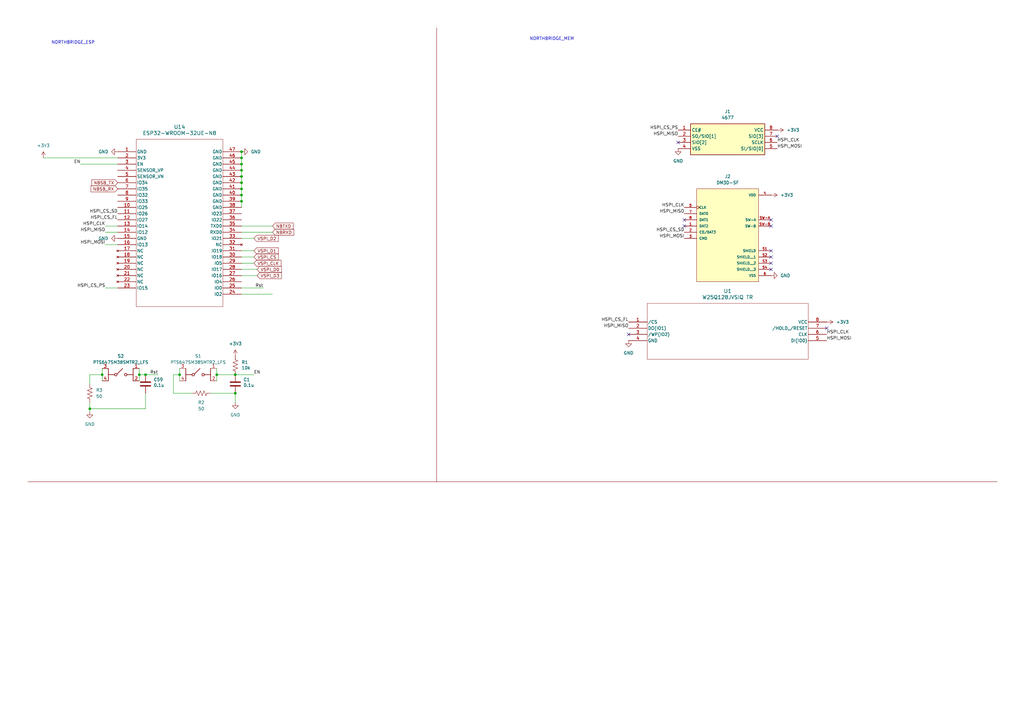
<source format=kicad_sch>
(kicad_sch (version 20250114) (generator "eeschema") (generator_version "9.0")
  (paper "A3")
  (lib_symbols
    (symbol "Device:C" (pin_numbers (hide yes)) (pin_names (offset 0.254))
      (property "Reference" "C" (at 0.635 2.54 0))
      (property "Value" "C" (at 0.635 -2.54 0))
      (symbol "C_0_1"
        (polyline (pts (xy -2.032 0.762) (xy 2.032 0.762)) (stroke (width 0.508)))
        (polyline (pts (xy -2.032 -0.762) (xy 2.032 -0.762)) (stroke (width 0.508)))
      )
      (symbol "C_1_1"
        (pin passive line (at 0 3.81 270) (length 2.794) (name "~") (number "1"))
        (pin passive line (at 0 -3.81 90) (length 2.794) (name "~") (number "2"))
      )
    )
    (symbol "Device:R_US" (pin_numbers (hide yes)) (pin_names (offset 0))
      (property "Reference" "R" (at 2.54 0 90))
      (property "Value" "R_US" (at -2.54 0 90))
      (symbol "R_US_0_1"
        (polyline (pts (xy 0 2.286) (xy 0 2.54)))
        (polyline (pts (xy 0 2.286) (xy 1.016 1.905) (xy 0 1.524) (xy -1.016 1.143) (xy 0 0.762)))
        (polyline (pts (xy 0 0.762) (xy 1.016 0.381) (xy 0 0) (xy -1.016 -0.381) (xy 0 -0.762)))
        (polyline (pts (xy 0 -0.762) (xy 1.016 -1.143) (xy 0 -1.524) (xy -1.016 -1.905) (xy 0 -2.286)))
        (polyline (pts (xy 0 -2.286) (xy 0 -2.54)))
      )
      (symbol "R_US_1_1"
        (pin passive line (at 0 3.81 270) (length 1.27) (name "~") (number "1"))
        (pin passive line (at 0 -3.81 90) (length 1.27) (name "~") (number "2"))
      )
    )
    (symbol "FPGA&MCU:ESP32-WROOM-32UE-N8" (pin_names (offset 0.254))
      (property "Reference" "U" (at 25.4 10.16 0))
      (property "Value" "ESP32-WROOM-32UE-N8" (at 25.4 7.62 0))
      (symbol "ESP32-WROOM-32UE-N8_0_1"
        (polyline (pts (xy 7.62 5.08) (xy 7.62 -63.5)) (stroke (width 0.127)))
        (polyline (pts (xy 7.62 -63.5) (xy 43.18 -63.5)) (stroke (width 0.127)))
        (polyline (pts (xy 43.18 5.08) (xy 7.62 5.08)) (stroke (width 0.127)))
        (polyline (pts (xy 43.18 -63.5) (xy 43.18 5.08)) (stroke (width 0.127)))
        (pin power_out line (at 0 0 0) (length 7.62) (name "GND") (number "1"))
        (pin power_in line (at 0 -2.54 0) (length 7.62) (name "3V3") (number "2"))
        (pin input line (at 0 -5.08 0) (length 7.62) (name "EN") (number "3"))
        (pin input line (at 0 -7.62 0) (length 7.62) (name "SENSOR_VP") (number "4"))
        (pin input line (at 0 -10.16 0) (length 7.62) (name "SENSOR_VN") (number "5"))
        (pin input line (at 0 -12.7 0) (length 7.62) (name "IO34") (number "6"))
        (pin input line (at 0 -15.24 0) (length 7.62) (name "IO35") (number "7"))
        (pin bidirectional line (at 0 -17.78 0) (length 7.62) (name "IO32") (number "8"))
        (pin bidirectional line (at 0 -20.32 0) (length 7.62) (name "IO33") (number "9"))
        (pin bidirectional line (at 0 -22.86 0) (length 7.62) (name "IO25") (number "10"))
        (pin bidirectional line (at 0 -25.4 0) (length 7.62) (name "IO26") (number "11"))
        (pin bidirectional line (at 0 -27.94 0) (length 7.62) (name "IO27") (number "12"))
        (pin bidirectional line (at 0 -30.48 0) (length 7.62) (name "IO14") (number "13"))
        (pin bidirectional line (at 0 -33.02 0) (length 7.62) (name "IO12") (number "14"))
        (pin power_out line (at 0 -35.56 0) (length 7.62) (name "GND") (number "15"))
        (pin bidirectional line (at 0 -38.1 0) (length 7.62) (name "IO13") (number "16"))
        (pin no_connect line (at 0 -40.64 0) (length 7.62) (name "NC") (number "17"))
        (pin no_connect line (at 0 -43.18 0) (length 7.62) (name "NC") (number "18"))
        (pin no_connect line (at 0 -45.72 0) (length 7.62) (name "NC") (number "19"))
        (pin no_connect line (at 0 -48.26 0) (length 7.62) (name "NC") (number "20"))
        (pin no_connect line (at 0 -50.8 0) (length 7.62) (name "NC") (number "21"))
        (pin no_connect line (at 0 -53.34 0) (length 7.62) (name "NC") (number "22"))
        (pin bidirectional line (at 0 -55.88 0) (length 7.62) (name "IO15") (number "23"))
        (pin power_out line (at 50.8 0 180) (length 7.62) (name "GND") (number "47"))
        (pin power_out line (at 50.8 -2.54 180) (length 7.62) (name "GND") (number "46"))
        (pin power_out line (at 50.8 -5.08 180) (length 7.62) (name "GND") (number "45"))
        (pin power_out line (at 50.8 -7.62 180) (length 7.62) (name "GND") (number "44"))
        (pin power_out line (at 50.8 -10.16 180) (length 7.62) (name "GND") (number "43"))
        (pin power_out line (at 50.8 -12.7 180) (length 7.62) (name "GND") (number "42"))
        (pin power_out line (at 50.8 -15.24 180) (length 7.62) (name "GND") (number "41"))
        (pin power_out line (at 50.8 -17.78 180) (length 7.62) (name "GND") (number "40"))
        (pin power_out line (at 50.8 -20.32 180) (length 7.62) (name "GND") (number "39"))
        (pin power_out line (at 50.8 -22.86 180) (length 7.62) (name "GND") (number "38"))
        (pin bidirectional line (at 50.8 -25.4 180) (length 7.62) (name "IO23") (number "37"))
        (pin bidirectional line (at 50.8 -27.94 180) (length 7.62) (name "IO22") (number "36"))
        (pin bidirectional line (at 50.8 -33.02 180) (length 7.62) (name "RXD0") (number "34"))
        (pin bidirectional line (at 50.8 -35.56 180) (length 7.62) (name "IO21") (number "33"))
        (pin no_connect line (at 50.8 -38.1 180) (length 7.62) (name "NC") (number "32"))
        (pin bidirectional line (at 50.8 -40.64 180) (length 7.62) (name "IO19") (number "31"))
        (pin bidirectional line (at 50.8 -43.18 180) (length 7.62) (name "IO18") (number "30"))
        (pin bidirectional line (at 50.8 -45.72 180) (length 7.62) (name "IO5") (number "29"))
        (pin bidirectional line (at 50.8 -48.26 180) (length 7.62) (name "IO17") (number "28"))
        (pin bidirectional line (at 50.8 -50.8 180) (length 7.62) (name "IO16") (number "27"))
        (pin bidirectional line (at 50.8 -53.34 180) (length 7.62) (name "IO4") (number "26"))
        (pin bidirectional line (at 50.8 -55.88 180) (length 7.62) (name "IO0") (number "25"))
        (pin bidirectional line (at 50.8 -58.42 180) (length 7.62) (name "IO2") (number "24"))
      )
      (symbol "ESP32-WROOM-32UE-N8_1_1"
        (pin bidirectional line (at 50.8 -30.48 180) (length 7.62) (name "TXD0") (number "35"))
      )
    )
    (symbol "FPGA_Interface:DM3D-SF" (pin_names (offset 1.016))
      (property "Reference" "J" (at -12.7 16.002 0))
      (property "Value" "DM3D-SF" (at -12.7 -25.4 0))
      (symbol "DM3D-SF_0_0"
        (rectangle (start -12.7 -22.86) (end 12.7 15.24) (stroke (width 0.1524)) (fill (type background)))
        (pin bidirectional clock (at -17.78 7.62 0) (length 5.08) (name "CLK") (number "5"))
        (pin bidirectional line (at -17.78 5.08 0) (length 5.08) (name "DAT0") (number "7"))
        (pin bidirectional line (at -17.78 2.54 0) (length 5.08) (name "DAT1") (number "8"))
        (pin bidirectional line (at -17.78 0 0) (length 5.08) (name "DAT2") (number "1"))
        (pin bidirectional line (at -17.78 -2.54 0) (length 5.08) (name "CD/DAT3") (number "2"))
        (pin bidirectional line (at -17.78 -5.08 0) (length 5.08) (name "CMD") (number "3"))
        (pin power_in line (at 17.78 12.7 180) (length 5.08) (name "VDD") (number "4"))
        (pin bidirectional line (at 17.78 2.54 180) (length 5.08) (name "SW-A") (number "SW-A"))
        (pin bidirectional line (at 17.78 0 180) (length 5.08) (name "SW-B") (number "SW-B"))
        (pin passive line (at 17.78 -10.16 180) (length 5.08) (name "SHIELD") (number "S1"))
        (pin passive line (at 17.78 -12.7 180) (length 5.08) (name "SHIELD__1") (number "S2"))
        (pin passive line (at 17.78 -15.24 180) (length 5.08) (name "SHIELD__2") (number "S3"))
        (pin passive line (at 17.78 -17.78 180) (length 5.08) (name "SHIELD__3") (number "S4"))
        (pin power_in line (at 17.78 -20.32 180) (length 5.08) (name "VSS") (number "6"))
      )
    )
    (symbol "FPGA_Interface:PTS647SM38SMTR2_LFS" (pin_names (hide yes))
      (property "Reference" "S" (at 12.7 6.35 0))
      (property "Value" "PTS647SM38SMTR2_LFS" (at 12.7 3.81 0))
      (symbol "PTS647SM38SMTR2_LFS_1_1"
        (polyline (pts (xy 2.54 -2.54) (xy 5.08 -2.54)) (stroke (width 0.254)))
        (polyline (pts (xy 2.54 -5.08) (xy 2.54 0)) (stroke (width 0.254)))
        (circle (center 5.588 -2.54) (radius 0.508) (stroke (width 0.254)))
        (polyline (pts (xy 6.096 -2.286) (xy 8.382 0)) (stroke (width 0.254)))
        (circle (center 9.652 -2.54) (radius 0.508) (stroke (width 0.254)))
        (polyline (pts (xy 10.16 -2.54) (xy 12.7 -2.54)) (stroke (width 0.254)))
        (polyline (pts (xy 12.7 -5.08) (xy 12.7 0)) (stroke (width 0.254)))
        (pin passive line (at 0 0 0) (length 2.54) (name "COM_1") (number "3"))
        (pin passive line (at 0 -5.08 0) (length 2.54) (name "COM_2") (number "4"))
        (pin passive line (at 15.24 0 180) (length 2.54) (name "NO_1") (number "1"))
        (pin passive line (at 15.24 -5.08 180) (length 2.54) (name "NO_2") (number "2"))
      )
    )
    (symbol "NB:4677"
      (property "Reference" "J" (at 36.83 7.62 0))
      (property "Value" "4677" (at 36.83 5.08 0))
      (symbol "4677_1_1"
        (rectangle (start 5.08 2.54) (end 35.56 -10.16) (stroke (width 0.254)) (fill (type background)))
        (pin passive line (at 0 0 0) (length 5.08) (name "CE#") (number "1"))
        (pin passive line (at 0 -2.54 0) (length 5.08) (name "SO/SIO[1]") (number "2"))
        (pin passive line (at 0 -5.08 0) (length 5.08) (name "SIO[2]") (number "3"))
        (pin passive line (at 0 -7.62 0) (length 5.08) (name "VSS") (number "4"))
        (pin passive line (at 40.64 0 180) (length 5.08) (name "VCC") (number "8"))
        (pin passive line (at 40.64 -2.54 180) (length 5.08) (name "SIO[3]") (number "7"))
        (pin passive line (at 40.64 -5.08 180) (length 5.08) (name "SCLK") (number "6"))
        (pin passive line (at 40.64 -7.62 180) (length 5.08) (name "SI/SIO[0]") (number "5"))
      )
    )
    (symbol "NB:W25Q128JVSIQ_TR" (pin_names (offset 0.254))
      (property "Reference" "U" (at 40.64 12.7 0))
      (property "Value" "W25Q128JVSIQ TR" (at 40.64 10.16 0))
      (symbol "W25Q128JVSIQ_TR_0_1"
        (polyline (pts (xy 7.62 7.62) (xy 7.62 -15.24)) (stroke (width 0.127)))
        (polyline (pts (xy 7.62 -15.24) (xy 73.66 -15.24)) (stroke (width 0.127)))
        (polyline (pts (xy 73.66 7.62) (xy 7.62 7.62)) (stroke (width 0.127)))
        (polyline (pts (xy 73.66 -15.24) (xy 73.66 7.62)) (stroke (width 0.127)))
        (pin input line (at 0 0 0) (length 7.62) (name "/CS") (number "1"))
        (pin bidirectional line (at 0 -2.54 0) (length 7.62) (name "DO(IO1)") (number "2"))
        (pin bidirectional line (at 0 -5.08 0) (length 7.62) (name "/WP(IO2)") (number "3"))
        (pin power_out line (at 0 -7.62 0) (length 7.62) (name "GND") (number "4"))
        (pin power_in line (at 81.28 0 180) (length 7.62) (name "VCC") (number "8"))
        (pin bidirectional line (at 81.28 -2.54 180) (length 7.62) (name "/HOLD_/RESET") (number "7"))
        (pin input line (at 81.28 -5.08 180) (length 7.62) (name "CLK") (number "6"))
        (pin bidirectional line (at 81.28 -7.62 180) (length 7.62) (name "DI(IO0)") (number "5"))
      )
    )
    (symbol "power:+3V3" (power) (pin_numbers (hide yes)) (pin_names (offset 0) (hide yes))
      (property "Value" "+3V3" (at 0 3.556 0))
      (symbol "+3V3_0_1"
        (polyline (pts (xy -0.762 1.27) (xy 0 2.54)))
        (polyline (pts (xy 0 2.54) (xy 0.762 1.27)))
        (polyline (pts (xy 0 0) (xy 0 2.54)))
      )
      (symbol "+3V3_1_1"
        (pin power_in line (at 0 0 90) (length 0) (name "~") (number "1"))
      )
    )
    (symbol "power:GND" (power) (pin_numbers (hide yes)) (pin_names (offset 0) (hide yes))
      (property "Value" "GND" (at 0 -3.81 0))
      (symbol "GND_0_1"
        (polyline (pts (xy 0 0) (xy 0 -1.27) (xy 1.27 -1.27) (xy 0 -2.54) (xy -1.27 -1.27) (xy 0 -1.27)))
      )
      (symbol "GND_1_1"
        (pin power_in line (at 0 0 270) (length 0) (name "~") (number "1"))
      )
    )
  )
  (text "NORTHBRIDGE_ESP\n" (at 29.972 17.526 0) (effects (font (size 1.27 1.27))))
  (text "NORTHBRIDGE_MEM\n" (at 226.314 16.002 0) (effects (font (size 1.27 1.27))))
  (junction (at 96.52 153.67))
  (junction (at 96.52 161.29))
  (junction (at 99.06 64.77))
  (junction (at 99.06 82.55))
  (junction (at 36.83 167.64))
  (junction (at 99.06 74.93))
  (junction (at 41.91 153.67))
  (junction (at 99.06 77.47))
  (junction (at 99.06 72.39))
  (junction (at 99.06 62.23))
  (junction (at 59.69 153.67))
  (junction (at 99.06 67.31))
  (junction (at 57.15 153.67))
  (junction (at 73.66 153.67))
  (junction (at 99.06 80.01))
  (junction (at 99.06 69.85))
  (junction (at 88.9 153.67))
  (no_connect (at 278.13 58.42))
  (no_connect (at 316.23 110.49))
  (no_connect (at 339.09 134.62))
  (no_connect (at 316.23 105.41))
  (no_connect (at 316.23 92.71))
  (no_connect (at 280.67 92.71))
  (no_connect (at 280.67 90.17))
  (no_connect (at 257.81 137.16))
  (no_connect (at 318.77 55.88))
  (no_connect (at 316.23 102.87))
  (no_connect (at 316.23 107.95))
  (no_connect (at 316.23 90.17))
  (wire (pts (xy 73.66 153.67) (xy 73.66 156.21)))
  (wire (pts (xy 88.9 153.67) (xy 88.9 156.21)))
  (wire (pts (xy 99.06 74.93) (xy 99.06 77.47)))
  (wire (pts (xy 59.69 153.67) (xy 64.77 153.67)))
  (wire (pts (xy 36.83 153.67) (xy 41.91 153.67)))
  (wire (pts (xy 99.06 62.23) (xy 99.06 64.77)))
  (wire (pts (xy 57.15 151.13) (xy 57.15 153.67)))
  (wire (pts (xy 36.83 153.67) (xy 36.83 157.48)))
  (wire (pts (xy 17.78 64.77) (xy 48.26 64.77)))
  (wire (pts (xy 99.06 97.79) (xy 104.14 97.79)))
  (wire (pts (xy 99.06 102.87) (xy 104.14 102.87)))
  (wire (pts (xy 99.06 120.65) (xy 111.76 120.65)))
  (wire (pts (xy 99.06 105.41) (xy 104.14 105.41)))
  (wire (pts (xy 41.91 153.67) (xy 41.91 151.13)))
  (wire (pts (xy 99.06 64.77) (xy 99.06 67.31)))
  (wire (pts (xy 96.52 153.67) (xy 104.14 153.67)))
  (wire (pts (xy 99.06 80.01) (xy 99.06 82.55)))
  (wire (pts (xy 43.18 100.33) (xy 48.26 100.33)))
  (wire (pts (xy 86.36 161.29) (xy 96.52 161.29)))
  (wire (pts (xy 36.83 167.64) (xy 36.83 168.91)))
  (wire (pts (xy 59.69 161.29) (xy 59.69 167.64)))
  (wire (pts (xy 43.18 92.71) (xy 48.26 92.71)))
  (wire (pts (xy 99.06 107.95) (xy 104.14 107.95)))
  (wire (pts (xy 73.66 153.67) (xy 71.12 153.67)))
  (wire (pts (xy 99.06 69.85) (xy 99.06 72.39)))
  (polyline (pts (xy 179.07 11.43) (xy 179.07 197.612)) (stroke (width 0) (type solid) (color 132 0 0 1)))
  (wire (pts (xy 88.9 151.13) (xy 88.9 153.67)))
  (wire (pts (xy 71.12 161.29) (xy 78.74 161.29)))
  (wire (pts (xy 57.15 153.67) (xy 59.69 153.67)))
  (wire (pts (xy 99.06 118.11) (xy 107.95 118.11)))
  (wire (pts (xy 99.06 82.55) (xy 99.06 85.09)))
  (wire (pts (xy 99.06 92.71) (xy 111.76 92.71)))
  (wire (pts (xy 88.9 153.67) (xy 96.52 153.67)))
  (wire (pts (xy 99.06 67.31) (xy 99.06 69.85)))
  (wire (pts (xy 71.12 153.67) (xy 71.12 161.29)))
  (wire (pts (xy 73.66 151.13) (xy 73.66 153.67)))
  (polyline (pts (xy 179.07 197.612) (xy 408.94 197.612)) (stroke (width 0) (type solid) (color 132 0 0 1)))
  (wire (pts (xy 43.18 118.11) (xy 48.26 118.11)))
  (wire (pts (xy 43.18 95.25) (xy 48.26 95.25)))
  (wire (pts (xy 59.69 167.64) (xy 36.83 167.64)))
  (wire (pts (xy 105.41 113.03) (xy 99.06 113.03)))
  (polyline (pts (xy 11.43 197.612) (xy 179.07 197.612)) (stroke (width 0) (type solid) (color 132 0 0 1)))
  (wire (pts (xy 105.41 110.49) (xy 99.06 110.49)))
  (wire (pts (xy 99.06 95.25) (xy 111.76 95.25)))
  (wire (pts (xy 96.52 165.1) (xy 96.52 161.29)))
  (wire (pts (xy 36.83 165.1) (xy 36.83 167.64)))
  (wire (pts (xy 33.02 67.31) (xy 48.26 67.31)))
  (wire (pts (xy 99.06 72.39) (xy 99.06 74.93)))
  (wire (pts (xy 99.06 77.47) (xy 99.06 80.01)))
  (wire (pts (xy 57.15 153.67) (xy 57.15 156.21)))
  (wire (pts (xy 41.91 153.67) (xy 41.91 156.21)))
  (label "HSPI_CS_SD" (at 280.67 95.25 180))
  (label "HSPI_CLK" (at 280.67 85.09 180))
  (label "HSPI_CS_FL" (at 257.81 132.08 180))
  (label "HSPI_CS_SD" (at 48.26 87.63 180))
  (label "HSPI_CS_PS" (at 43.18 118.11 180))
  (label "HSPI_CLK" (at 339.09 137.16 0))
  (label "HSPI_MOSI" (at 318.77 60.96 0))
  (label "EN" (at 33.02 67.31 180))
  (label "HSPI_MISO" (at 280.67 87.63 180))
  (label "HSPI_MOSI" (at 339.09 139.7 0))
  (label "HSPI_MOSI" (at 280.67 97.79 180))
  (label "Rst" (at 107.95 118.11 180))
  (label "Rst" (at 64.77 153.67 180))
  (label "HSPI_CS_FL" (at 48.26 90.17 180))
  (label "HSPI_MISO" (at 278.13 55.88 180))
  (label "HSPI_CLK" (at 43.18 92.71 180))
  (label "HSPI_MISO" (at 257.81 134.62 180))
  (label "HSPI_MOSI" (at 43.18 100.33 180))
  (label "HSPI_MISO" (at 43.18 95.25 180))
  (label "HSPI_CLK" (at 318.77 58.42 0))
  (label "HSPI_CS_PS" (at 278.13 53.34 180))
  (label "EN" (at 104.14 153.67 0))
  (global_label "NBSB_RX" (shape input) (at 48.26 77.47 180) (property "Intersheetrefs" "${INTERSHEET_REFS}" (effects (hide yes))))
  (global_label "VSPI_D2" (shape input) (at 104.14 97.79 0) (property "Intersheetrefs" "${INTERSHEET_REFS}" (effects (hide yes))))
  (global_label "VSPI_CS" (shape input) (at 104.14 105.41 0) (property "Intersheetrefs" "${INTERSHEET_REFS}" (effects (hide yes))))
  (global_label "VSPI_D0" (shape input) (at 105.41 110.49 0) (property "Intersheetrefs" "${INTERSHEET_REFS}" (effects (hide yes))))
  (global_label "NBTXD" (shape input) (at 111.76 92.71 0) (property "Intersheetrefs" "${INTERSHEET_REFS}" (effects (hide yes))))
  (global_label "VSPI_D3" (shape input) (at 105.41 113.03 0) (property "Intersheetrefs" "${INTERSHEET_REFS}" (effects (hide yes))))
  (global_label "VSPI_D1" (shape input) (at 104.14 102.87 0) (property "Intersheetrefs" "${INTERSHEET_REFS}" (effects (hide yes))))
  (global_label "VSPI_CLK" (shape input) (at 104.14 107.95 0) (property "Intersheetrefs" "${INTERSHEET_REFS}" (effects (hide yes))))
  (global_label "NBRXD" (shape input) (at 111.76 95.25 0) (property "Intersheetrefs" "${INTERSHEET_REFS}" (effects (hide yes))))
  (global_label "NBSB_TX" (shape input) (at 48.26 74.93 180) (property "Intersheetrefs" "${INTERSHEET_REFS}" (effects (hide yes))))
  (symbol (lib_id "FPGA_Interface:PTS647SM38SMTR2_LFS") (at 73.66 151.13 0) (unit 1)
    (property "Reference" "S1" (at 81.28 146.05 0))
    (property "Value" "PTS647SM38SMTR2_LFS" (at 81.28 148.59 0))
    (property "Footprint" "FPGA_Interface:PTS647SM38SMTR2LFS" (effects (hide yes)))
    (property "Datasheet" "https://www.ckswitches.com/media/2567/pts647.pdf" (effects (hide yes)))
    (property "Description" "Tactile Switch SPST-NO Top Actuated Surface Mount 0.05A 12V" (effects (hide yes)))
    (property "Manufacturer_Name" "C & K COMPONENTS" (effects (hide yes)))
    (property "Manufacturer_Part_Number" "PTS647SM38SMTR2 LFS" (effects (hide yes)))
  )
  (symbol (lib_id "power:GND") (at 48.26 97.79 270) (unit 1)
    (property "Reference" "#PWR03" (effects (hide yes)))
    (property "Value" "GND" (at 44.45 97.7899 90) (effects (justify right)))
    (property "Description" "Power symbol creates a global label with name \"GND\" , ground" (effects (hide yes)))
  )
  (symbol (lib_id "Device:R_US") (at 96.52 149.86 0) (unit 1)
    (property "Reference" "R1" (at 99.06 148.5899 0) (effects (justify left)))
    (property "Value" "10k" (at 99.06 150.876 0) (effects (justify left)))
    (property "Footprint" "Resistor_SMD:R_0402_1005Metric" (effects (hide yes)))
    (property "Description" "Resistor, US symbol" (effects (hide yes)))
  )
  (symbol (lib_id "power:+3V3") (at 96.52 146.05 0) (unit 1)
    (property "Reference" "#PWR010" (effects (hide yes)))
    (property "Value" "+3V3" (at 96.52 140.97 0))
    (property "Description" "Power symbol creates a global label with name \"+3V3\"" (effects (hide yes)))
  )
  (symbol (lib_id "power:+3V3") (at 17.78 64.77 0) (unit 1)
    (property "Reference" "#PWR04" (effects (hide yes)))
    (property "Value" "+3V3" (at 17.78 59.69 0))
    (property "Description" "Power symbol creates a global label with name \"+3V3\"" (effects (hide yes)))
  )
  (symbol (lib_id "power:GND") (at 96.52 165.1 0) (unit 1)
    (property "Reference" "#PWR09" (effects (hide yes)))
    (property "Value" "GND" (at 96.52 170.18 0))
    (property "Description" "Power symbol creates a global label with name \"GND\" , ground" (effects (hide yes)))
  )
  (symbol (lib_id "power:GND") (at 99.06 62.23 90) (unit 1)
    (property "Reference" "#PWR01" (effects (hide yes)))
    (property "Value" "GND" (at 102.87 62.2299 90) (effects (justify right)))
    (property "Description" "Power symbol creates a global label with name \"GND\" , ground" (effects (hide yes)))
  )
  (symbol (lib_id "FPGA&MCU:ESP32-WROOM-32UE-N8") (at 48.26 62.23 0) (unit 1)
    (property "Reference" "U14" (at 73.66 52.07 0) (effects (font (size 1.524 1.524))))
    (property "Value" "ESP32-WROOM-32UE-N8" (at 73.66 54.61 0) (effects (font (size 1.524 1.524))))
    (property "Footprint" "FPGA&MCU:ESP32-WROOM-32UE_EXP" (effects (hide yes)))
    (property "Datasheet" "ESP32-WROOM-32UE-N8" (effects (hide yes)))
  )
  (symbol (lib_id "power:+3V3") (at 339.09 132.08 270) (unit 1)
    (property "Reference" "#PWR05" (effects (hide yes)))
    (property "Value" "+3V3" (at 342.9 132.0799 90) (effects (justify left)))
    (property "Description" "Power symbol creates a global label with name \"+3V3\"" (effects (hide yes)))
  )
  (symbol (lib_id "power:GND") (at 278.13 60.96 0) (unit 1)
    (property "Reference" "#PWR013" (effects (hide yes)))
    (property "Value" "GND" (at 278.13 66.04 0))
    (property "Description" "Power symbol creates a global label with name \"GND\" , ground" (effects (hide yes)))
  )
  (symbol (lib_id "NB:4677") (at 278.13 53.34 0) (unit 1)
    (property "Reference" "J1" (at 298.45 45.72 0))
    (property "Value" "4677" (at 298.45 48.26 0))
    (property "Footprint" "NB:4677" (effects (hide yes)))
    (property "Datasheet" "https://www.espressif.com/sites/default/files/documentation/esp-psram64_esp-psram64h_datasheet_en.pdf" (effects (hide yes)))
    (property "Description" "Adafruit Accessories Generic 64 Mbit Serial Pseudo SRAM - 3.3V 133 MHz" (effects (hide yes)))
    (property "Height" "1.75" (effects (hide yes)))
    (property "Mouser Part Number" "485-4677" (effects (hide yes)))
    (property "Mouser Price/Stock" "https://www.mouser.co.uk/ProductDetail/Adafruit/4677?qs=DPoM0jnrROUZDCYEDSsMew%3D%3D" (effects (hide yes)))
    (property "Manufacturer_Name" "Adafruit" (effects (hide yes)))
    (property "Manufacturer_Part_Number" "4677" (effects (hide yes)))
  )
  (symbol (lib_id "power:+3V3") (at 318.77 53.34 270) (unit 1)
    (property "Reference" "#PWR06" (effects (hide yes)))
    (property "Value" "+3V3" (at 322.58 53.3399 90) (effects (justify left)))
    (property "Description" "Power symbol creates a global label with name \"+3V3\"" (effects (hide yes)))
  )
  (symbol (lib_id "FPGA_Interface:PTS647SM38SMTR2_LFS") (at 41.91 151.13 0) (unit 1)
    (property "Reference" "S2" (at 49.53 146.05 0))
    (property "Value" "PTS647SM38SMTR2_LFS" (at 49.53 148.59 0))
    (property "Footprint" "FPGA_Interface:PTS647SM38SMTR2LFS" (effects (hide yes)))
    (property "Datasheet" "https://www.ckswitches.com/media/2567/pts647.pdf" (effects (hide yes)))
    (property "Description" "Tactile Switch SPST-NO Top Actuated Surface Mount 0.05A 12V" (effects (hide yes)))
    (property "Manufacturer_Name" "C & K COMPONENTS" (effects (hide yes)))
    (property "Manufacturer_Part_Number" "PTS647SM38SMTR2 LFS" (effects (hide yes)))
  )
  (symbol (lib_id "Device:C") (at 59.69 157.48 0) (unit 1)
    (property "Reference" "C59" (at 62.992 155.702 0) (effects (justify left)))
    (property "Value" "0.1u" (at 62.992 157.988 0) (effects (justify left)))
    (property "Footprint" "Capacitor_SMD:C_0402_1005Metric" (effects (hide yes)))
    (property "Description" "Unpolarized capacitor" (effects (hide yes)))
  )
  (symbol (lib_id "FPGA_Interface:DM3D-SF") (at 298.45 92.71 0) (unit 1)
    (property "Reference" "J2" (at 298.45 72.39 0))
    (property "Value" "DM3D-SF" (at 298.45 74.93 0))
    (property "Footprint" "FPGA_Interface:DM3D-SF" (effects (hide yes)))
    (property "PARTREV" "2017.1" (effects (hide yes)))
    (property "MANUFACTURER" "Hirose" (effects (hide yes)))
    (property "MAXIMUM_PACKAGE_HEIGHT" "1.55mm" (effects (hide yes)))
    (property "STANDARD" "Manufacturer Recommendations" (effects (hide yes)))
  )
  (symbol (lib_id "power:GND") (at 257.81 139.7 0) (unit 1)
    (property "Reference" "#PWR012" (effects (hide yes)))
    (property "Value" "GND" (at 257.81 144.78 0))
    (property "Description" "Power symbol creates a global label with name \"GND\" , ground" (effects (hide yes)))
  )
  (symbol (lib_id "Device:R_US") (at 82.55 161.29 270) (unit 1)
    (property "Reference" "R2" (at 82.55 165.1 90))
    (property "Value" "50" (at 82.55 167.64 90))
    (property "Footprint" "Resistor_SMD:R_0402_1005Metric" (effects (hide yes)))
    (property "Description" "Resistor, US symbol" (effects (hide yes)))
  )
  (symbol (lib_id "Device:R_US") (at 36.83 161.29 0) (unit 1)
    (property "Reference" "R3" (at 39.37 160.0199 0) (effects (justify left)))
    (property "Value" "50" (at 39.37 162.5599 0) (effects (justify left)))
    (property "Footprint" "Resistor_SMD:R_0402_1005Metric" (effects (hide yes)))
    (property "Description" "Resistor, US symbol" (effects (hide yes)))
  )
  (symbol (lib_id "power:+3V3") (at 316.23 80.01 270) (unit 1)
    (property "Reference" "#PWR07" (effects (hide yes)))
    (property "Value" "+3V3" (at 320.04 80.0099 90) (effects (justify left)))
    (property "Description" "Power symbol creates a global label with name \"+3V3\"" (effects (hide yes)))
  )
  (symbol (lib_id "power:GND") (at 36.83 168.91 0) (unit 1)
    (property "Reference" "#PWR011" (effects (hide yes)))
    (property "Value" "GND" (at 36.83 173.99 0))
    (property "Description" "Power symbol creates a global label with name \"GND\" , ground" (effects (hide yes)))
  )
  (symbol (lib_id "power:GND") (at 48.26 62.23 270) (unit 1)
    (property "Reference" "#PWR02" (effects (hide yes)))
    (property "Value" "GND" (at 44.45 62.2299 90) (effects (justify right)))
    (property "Description" "Power symbol creates a global label with name \"GND\" , ground" (effects (hide yes)))
  )
  (symbol (lib_id "power:GND") (at 316.23 113.03 90) (unit 1)
    (property "Reference" "#PWR08" (effects (hide yes)))
    (property "Value" "GND" (at 320.04 113.0299 90) (effects (justify right)))
    (property "Description" "Power symbol creates a global label with name \"GND\" , ground" (effects (hide yes)))
  )
  (symbol (lib_id "NB:W25Q128JVSIQ_TR") (at 257.81 132.08 0) (unit 1)
    (property "Reference" "U1" (at 298.45 119.38 0) (effects (font (size 1.524 1.524))))
    (property "Value" "W25Q128JVSIQ TR" (at 298.45 121.92 0) (effects (font (size 1.524 1.524))))
    (property "Footprint" "NB:256_W25Q128JV" (effects (hide yes)))
    (property "Datasheet" "W25Q128JVSIQ TR" (effects (hide yes)))
  )
  (symbol (lib_id "Device:C") (at 96.52 157.48 0) (unit 1)
    (property "Reference" "C1" (at 99.822 155.702 0) (effects (justify left)))
    (property "Value" "0.1u" (at 99.822 157.988 0) (effects (justify left)))
    (property "Footprint" "Capacitor_SMD:C_0402_1005Metric" (effects (hide yes)))
    (property "Description" "Unpolarized capacitor" (effects (hide yes)))
  )
)
</source>
